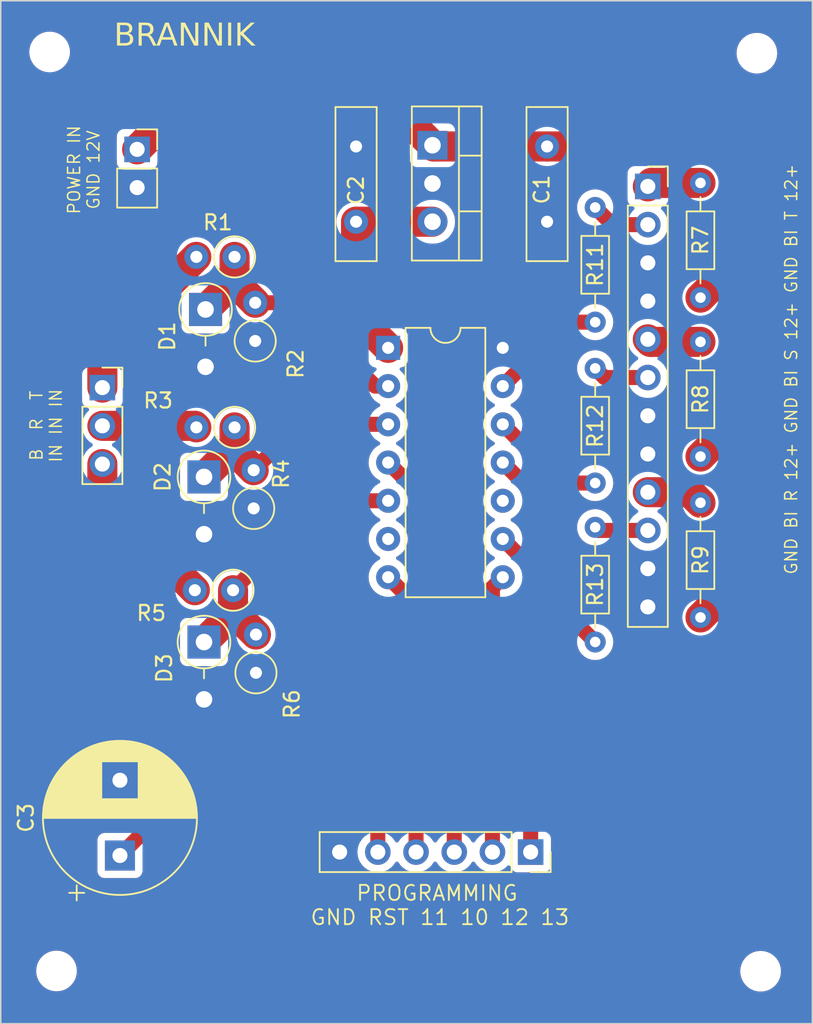
<source format=kicad_pcb>
(kicad_pcb (version 20221018) (generator pcbnew)
  (layers (0 "F.Cu" signal) (31 "B.Cu" signal) (34 "B.Paste" user) (35 "F.Paste" user) (36 "B.SilkS" user "B.Silkscreen") (37 "F.SilkS" user "F.Silkscreen") (38 "B.Mask" user) (39 "F.Mask" user) (44 "Edge.Cuts" user))
  (net 0 "")
  (net 1 "/12V_POWER")
  (net 2 "GND")
  (net 3 "/5V_LOW_POWER")
  (net 4 "/ARD_RESET")
  (net 5 "/TURN_S_TO_MCU")
  (net 6 "/RUNNING_TO_MCU")
  (net 7 "/BRAKE_S_TO_MCU")
  (net 8 "/TURN_LIGHT_IN")
  (net 9 "/RUNNING_LIGHT_IN")
  (net 10 "/BRAKE_LIGHT_IN")
  (net 11 "/(PROG) ARD_PIN_10")
  (net 12 "/(PROG) ARD_PIN_11")
  (net 13 "/(PROG) ARD_PIN_12")
  (net 14 "/(PROG) ARD_PIN_13")
  (net 15 "/RUNNING_LIGHT_OUT")
  (net 16 "/STOP_LIGHT_OUT")
  (net 17 "/TURN_LIGHT_OUT")
  (net 20 "Net-(J6-Pin_1)")
  (net 21 "Net-(J6-Pin_2)")
  (net 22 "Net-(J6-Pin_5)")
  (net 23 "Net-(J6-Pin_9)")
  (net 24 "Net-(J6-Pin_6)")
  (net 25 "Net-(J6-Pin_10)")
  (footprint "Resistor_THT:R_Axial_DIN0207_L6.3mm_D2.5mm_P2.54mm_Vertical" (layer "F.Cu") (at 69.5452 63.246 90)
    (fp_text reference "R4" (at 2.286 1.8288 90) (layer "F.SilkS"))
    (fp_text value "10k" hide)
    (fp_line (start 1.37 0) (end 1.44 0) (stroke (width 0.12)) (layer "F.SilkS"))
    (fp_circle (center 0 0) (end 1.37 0) (stroke (width 0.12)) (fill none) (layer "F.SilkS"))
    (pad "1" thru_hole circle (at 0 0 90) (size 1.6 1.6) (drill 0.8) (layers "*.Cu" "*.Mask") (net 2 "GND"))
    (pad "2" thru_hole oval (at 2.54 0 90) (size 1.6 1.6) (drill 0.8) (layers "*.Cu" "*.Mask") (net 6 "/RUNNING_TO_MCU"))
  )
  (footprint "Resistor_THT:R_Axial_DIN0207_L6.3mm_D2.5mm_P2.54mm_Vertical" (layer "F.Cu") (at 68.1736 68.681601 180)
    (fp_text reference "R5" (at 5.4356 -1.523999) (layer "F.SilkS"))
    (fp_text value "10k" hide)
    (fp_line (start 1.37 0) (end 1.44 0) (stroke (width 0.12)) (layer "F.SilkS"))
    (fp_circle (center 0 0) (end 1.37 0) (stroke (width 0.12)) (fill none) (layer "F.SilkS"))
    (pad "1" thru_hole circle (at 0 0 180) (size 1.6 1.6) (drill 0.8) (layers "*.Cu" "*.Mask") (net 7 "/BRAKE_S_TO_MCU"))
    (pad "2" thru_hole oval (at 2.54 0 180) (size 1.6 1.6) (drill 0.8) (layers "*.Cu" "*.Mask") (net 10 "/BRAKE_LIGHT_IN"))
  )
  (footprint "Resistor_THT:R_Axial_DIN0204_L3.6mm_D1.6mm_P7.62mm_Horizontal" (layer "F.Cu") (at 99.25 70.49 90)
    (fp_text reference "R9" (at 3.81 0 90) (layer "F.SilkS"))
    (fp_text value "100" hide)
    (fp_line (start 0.94 0) (end 1.89 0) (stroke (width 0.12)) (layer "F.SilkS"))
    (fp_line (start 1.89 -0.92) (end 1.89 0.92) (stroke (width 0.12)) (layer "F.SilkS"))
    (fp_line (start 1.89 0.92) (end 5.73 0.92) (stroke (width 0.12)) (layer "F.SilkS"))
    (fp_line (start 5.73 -0.92) (end 1.89 -0.92) (stroke (width 0.12)) (layer "F.SilkS"))
    (fp_line (start 5.73 0.92) (end 5.73 -0.92) (stroke (width 0.12)) (layer "F.SilkS"))
    (fp_line (start 6.68 0) (end 5.73 0) (stroke (width 0.12)) (layer "F.SilkS"))
    (pad "1" thru_hole circle (at 0 0 90) (size 1.4 1.4) (drill 0.7) (layers "*.Cu" "*.Mask") (net 1 "/12V_POWER"))
    (pad "2" thru_hole oval (at 7.62 0 90) (size 1.4 1.4) (drill 0.7) (layers "*.Cu" "*.Mask") (net 23 "Net-(J6-Pin_9)"))
  )
  (footprint "Resistor_THT:R_Axial_DIN0204_L3.6mm_D1.6mm_P7.62mm_Horizontal" (layer "F.Cu") (at 92.25 50.87 90)
    (fp_text reference "R11" (at 3.81 0 90) (layer "F.SilkS"))
    (fp_text value "470" hide)
    (fp_line (start 0.94 0) (end 1.89 0) (stroke (width 0.12)) (layer "F.SilkS"))
    (fp_line (start 1.89 -0.92) (end 1.89 0.92) (stroke (width 0.12)) (layer "F.SilkS"))
    (fp_line (start 1.89 0.92) (end 5.73 0.92) (stroke (width 0.12)) (layer "F.SilkS"))
    (fp_line (start 5.73 -0.92) (end 1.89 -0.92) (stroke (width 0.12)) (layer "F.SilkS"))
    (fp_line (start 5.73 0.92) (end 5.73 -0.92) (stroke (width 0.12)) (layer "F.SilkS"))
    (fp_line (start 6.68 0) (end 5.73 0) (stroke (width 0.12)) (layer "F.SilkS"))
    (pad "1" thru_hole circle (at 0 0 90) (size 1.4 1.4) (drill 0.7) (layers "*.Cu" "*.Mask") (net 17 "/TURN_LIGHT_OUT"))
    (pad "2" thru_hole oval (at 7.62 0 90) (size 1.4 1.4) (drill 0.7) (layers "*.Cu" "*.Mask") (net 21 "Net-(J6-Pin_2)"))
  )
  (footprint "Resistor_THT:R_Axial_DIN0204_L3.6mm_D1.6mm_P7.62mm_Horizontal" (layer "F.Cu") (at 99.25 49.24 90)
    (fp_text reference "R7" (at 3.81 0 90) (layer "F.SilkS"))
    (fp_text value "100" hide)
    (fp_line (start 0.94 0) (end 1.89 0) (stroke (width 0.12)) (layer "F.SilkS"))
    (fp_line (start 1.89 -0.92) (end 1.89 0.92) (stroke (width 0.12)) (layer "F.SilkS"))
    (fp_line (start 1.89 0.92) (end 5.73 0.92) (stroke (width 0.12)) (layer "F.SilkS"))
    (fp_line (start 5.73 -0.92) (end 1.89 -0.92) (stroke (width 0.12)) (layer "F.SilkS"))
    (fp_line (start 5.73 0.92) (end 5.73 -0.92) (stroke (width 0.12)) (layer "F.SilkS"))
    (fp_line (start 6.68 0) (end 5.73 0) (stroke (width 0.12)) (layer "F.SilkS"))
    (pad "1" thru_hole circle (at 0 0 90) (size 1.4 1.4) (drill 0.7) (layers "*.Cu" "*.Mask") (net 1 "/12V_POWER"))
    (pad "2" thru_hole oval (at 7.62 0 90) (size 1.4 1.4) (drill 0.7) (layers "*.Cu" "*.Mask") (net 20 "Net-(J6-Pin_1)"))
  )
  (footprint "Resistor_THT:R_Axial_DIN0204_L3.6mm_D1.6mm_P7.62mm_Horizontal" (layer "F.Cu") (at 92.25 72.12 90)
    (fp_text reference "R13" (at 3.81 0 90) (layer "F.SilkS"))
    (fp_text value "470" hide)
    (fp_line (start 0.94 0) (end 1.89 0) (stroke (width 0.12)) (layer "F.SilkS"))
    (fp_line (start 1.89 -0.92) (end 1.89 0.92) (stroke (width 0.12)) (layer "F.SilkS"))
    (fp_line (start 1.89 0.92) (end 5.73 0.92) (stroke (width 0.12)) (layer "F.SilkS"))
    (fp_line (start 5.73 -0.92) (end 1.89 -0.92) (stroke (width 0.12)) (layer "F.SilkS"))
    (fp_line (start 5.73 0.92) (end 5.73 -0.92) (stroke (width 0.12)) (layer "F.SilkS"))
    (fp_line (start 6.68 0) (end 5.73 0) (stroke (width 0.12)) (layer "F.SilkS"))
    (pad "1" thru_hole circle (at 0 0 90) (size 1.4 1.4) (drill 0.7) (layers "*.Cu" "*.Mask") (net 15 "/RUNNING_LIGHT_OUT"))
    (pad "2" thru_hole oval (at 7.62 0 90) (size 1.4 1.4) (drill 0.7) (layers "*.Cu" "*.Mask") (net 25 "Net-(J6-Pin_10)"))
  )
  (footprint "Connector_PinSocket_2.54mm:PinSocket_1x06_P2.54mm_Vertical" (layer "F.Cu") (at 87.9606 86.0802 -90)
    (fp_text reference "J3" hide)
    (fp_text value "PROG" hide)
    (fp_line (start -1.33 1.27) (end -1.33 14.03) (stroke (width 0.12)) (layer "F.SilkS"))
    (fp_line (start -1.33 1.27) (end 1.33 1.27) (stroke (width 0.12)) (layer "F.SilkS"))
    (fp_line (start -1.33 14.03) (end 1.33 14.03) (stroke (width 0.12)) (layer "F.SilkS"))
    (fp_line (start 0 -1.33) (end 1.33 -1.33) (stroke (width 0.12)) (layer "F.SilkS"))
    (fp_line (start 1.33 -1.33) (end 1.33 0) (stroke (width 0.12)) (layer "F.SilkS"))
    (fp_line (start 1.33 1.27) (end 1.33 14.03) (stroke (width 0.12)) (layer "F.SilkS"))
    (pad "1" thru_hole rect (at 0 0 270) (size 1.7 1.7) (drill 1) (layers "*.Cu" "*.Mask") (net 14 "/(PROG) ARD_PIN_13"))
    (pad "2" thru_hole oval (at 0 2.54 270) (size 1.7 1.7) (drill 1) (layers "*.Cu" "*.Mask") (net 13 "/(PROG) ARD_PIN_12"))
    (pad "3" thru_hole oval (at 0 5.08 270) (size 1.7 1.7) (drill 1) (layers "*.Cu" "*.Mask") (net 11 "/(PROG) ARD_PIN_10"))
    (pad "4" thru_hole oval (at 0 7.62 270) (size 1.7 1.7) (drill 1) (layers "*.Cu" "*.Mask") (net 12 "/(PROG) ARD_PIN_11"))
    (pad "5" thru_hole oval (at 0 10.16 270) (size 1.7 1.7) (drill 1) (layers "*.Cu" "*.Mask") (net 4 "/ARD_RESET"))
    (pad "6" thru_hole oval (at 0 12.7 270) (size 1.7 1.7) (drill 1) (layers "*.Cu" "*.Mask") (net 2 "GND"))
  )
  (footprint "Resistor_THT:R_Axial_DIN0207_L6.3mm_D2.5mm_P2.54mm_Vertical" (layer "F.Cu") (at 68.2752 57.8612 180)
    (fp_text reference "R3" (at 5.08 1.778) (layer "F.SilkS"))
    (fp_text value "10k" hide)
    (fp_line (start 1.37 0) (end 1.44 0) (stroke (width 0.12)) (layer "F.SilkS"))
    (fp_circle (center 0 0) (end 1.37 0) (stroke (width 0.12)) (fill none) (layer "F.SilkS"))
    (pad "1" thru_hole circle (at 0 0 180) (size 1.6 1.6) (drill 0.8) (layers "*.Cu" "*.Mask") (net 6 "/RUNNING_TO_MCU"))
    (pad "2" thru_hole oval (at 2.54 0 180) (size 1.6 1.6) (drill 0.8) (layers "*.Cu" "*.Mask") (net 9 "/RUNNING_LIGHT_IN"))
  )
  (footprint "MountingHole:MountingHole_2.2mm_M2" (layer "F.Cu") (at 103.25 94)
    (fp_text reference "REF**" hide)
    (fp_text value "MountingHole_2.2mm_M2" hide)
    (pad "" np_thru_hole circle (at 0 0) (size 2.2 2.2) (drill 2.2) (layers "*.Cu" "*.Mask"))
  )
  (footprint "Resistor_THT:R_Axial_DIN0207_L6.3mm_D2.5mm_P2.54mm_Vertical" (layer "F.Cu") (at 69.6468 52.1208 90)
    (fp_text reference "R2" (at -1.524 2.6924 90) (layer "F.SilkS"))
    (fp_text value "10k" hide)
    (fp_line (start 1.37 0) (end 1.44 0) (stroke (width 0.12)) (layer "F.SilkS"))
    (fp_circle (center 0 0) (end 1.37 0) (stroke (width 0.12)) (fill none) (layer "F.SilkS"))
    (pad "1" thru_hole circle (at 0 0 90) (size 1.6 1.6) (drill 0.8) (layers "*.Cu" "*.Mask") (net 2 "GND"))
    (pad "2" thru_hole oval (at 2.54 0 90) (size 1.6 1.6) (drill 0.8) (layers "*.Cu" "*.Mask") (net 5 "/TURN_S_TO_MCU"))
  )
  (footprint "Capacitor_THT:CP_Radial_D10.0mm_P5.00mm" (layer "F.Cu") (at 60.6552 86.3092 90)
    (fp_text reference "C3" (at 2.5 -6.25 90) (layer "F.SilkS"))
    (fp_text value "10uF" hide)
    (fp_line (start -2.979646 -2.875) (end -1.979646 -2.875) (stroke (width 0.12)) (layer "F.SilkS"))
    (fp_line (start -2.479646 -3.375) (end -2.479646 -2.375) (stroke (width 0.12)) (layer "F.SilkS"))
    (fp_line (start 2.5 -5.08) (end 2.5 5.08) (stroke (width 0.12)) (layer "F.SilkS"))
    (fp_line (start 2.54 -5.08) (end 2.54 5.08) (stroke (width 0.12)) (layer "F.SilkS"))
    (fp_line (start 2.58 -5.08) (end 2.58 5.08) (stroke (width 0.12)) (layer "F.SilkS"))
    (fp_line (start 2.62 -5.079) (end 2.62 5.079) (stroke (width 0.12)) (layer "F.SilkS"))
    (fp_line (start 2.66 -5.078) (end 2.66 5.078) (stroke (width 0.12)) (layer "F.SilkS"))
    (fp_line (start 2.7 -5.077) (end 2.7 5.077) (stroke (width 0.12)) (layer "F.SilkS"))
    (fp_line (start 2.74 -5.075) (end 2.74 5.075) (stroke (width 0.12)) (layer "F.SilkS"))
    (fp_line (start 2.78 -5.073) (end 2.78 5.073) (stroke (width 0.12)) (layer "F.SilkS"))
    (fp_line (start 2.82 -5.07) (end 2.82 5.07) (stroke (width 0.12)) (layer "F.SilkS"))
    (fp_line (start 2.86 -5.068) (end 2.86 5.068) (stroke (width 0.12)) (layer "F.SilkS"))
    (fp_line (start 2.9 -5.065) (end 2.9 5.065) (stroke (width 0.12)) (layer "F.SilkS"))
    (fp_line (start 2.94 -5.062) (end 2.94 5.062) (stroke (width 0.12)) (layer "F.SilkS"))
    (fp_line (start 2.98 -5.058) (end 2.98 5.058) (stroke (width 0.12)) (layer "F.SilkS"))
    (fp_line (start 3.02 -5.054) (end 3.02 5.054) (stroke (width 0.12)) (layer "F.SilkS"))
    (fp_line (start 3.06 -5.05) (end 3.06 5.05) (stroke (width 0.12)) (layer "F.SilkS"))
    (fp_line (start 3.1 -5.045) (end 3.1 5.045) (stroke (width 0.12)) (layer "F.SilkS"))
    (fp_line (start 3.14 -5.04) (end 3.14 5.04) (stroke (width 0.12)) (layer "F.SilkS"))
    (fp_line (start 3.18 -5.035) (end 3.18 5.035) (stroke (width 0.12)) (layer "F.SilkS"))
    (fp_line (start 3.221 -5.03) (end 3.221 5.03) (stroke (width 0.12)) (layer "F.SilkS"))
    (fp_line (start 3.261 -5.024) (end 3.261 5.024) (stroke (width 0.12)) (layer "F.SilkS"))
    (fp_line (start 3.301 -5.018) (end 3.301 5.018) (stroke (width 0.12)) (layer "F.SilkS"))
    (fp_line (start 3.341 -5.011) (end 3.341 5.011) (stroke (width 0.12)) (layer "F.SilkS"))
    (fp_line (start 3.381 -5.004) (end 3.381 5.004) (stroke (width 0.12)) (layer "F.SilkS"))
    (fp_line (start 3.421 -4.997) (end 3.421 4.997) (stroke (width 0.12)) (layer "F.SilkS"))
    (fp_line (start 3.461 -4.99) (end 3.461 4.99) (stroke (width 0.12)) (layer "F.SilkS"))
    (fp_line (start 3.501 -4.982) (end 3.501 4.982) (stroke (width 0.12)) (layer "F.SilkS"))
    (fp_line (start 3.541 -4.974) (end 3.541 4.974) (stroke (width 0.12)) (layer "F.SilkS"))
    (fp_line (start 3.581 -4.965) (end 3.581 4.965) (stroke (width 0.12)) (layer "F.SilkS"))
    (fp_line (start 3.621 -4.956) (end 3.621 4.956) (stroke (width 0.12)) (layer "F.SilkS"))
    (fp_line (start 3.661 -4.947) (end 3.661 4.947) (stroke (width 0.12)) (layer "F.SilkS"))
    (fp_line (start 3.701 -4.938) (end 3.701 4.938) (stroke (width 0.12)) (layer "F.SilkS"))
    (fp_line (start 3.741 -4.928) (end 3.741 4.928) (stroke (width 0.12)) (layer "F.SilkS"))
    (fp_line (start 3.781 -4.918) (end 3.781 -1.241) (stroke (width 0.12)) (layer "F.SilkS"))
    (fp_line (start 3.781 1.241) (end 3.781 4.918) (stroke (width 0.12)) (layer "F.SilkS"))
    (fp_line (start 3.821 -4.907) (end 3.821 -1.241) (stroke (width 0.12)) (layer "F.SilkS"))
    (fp_line (start 3.821 1.241) (end 3.821 4.907) (stroke (width 0.12)) (layer "F.SilkS"))
    (fp_line (start 3.861 -4.897) (end 3.861 -1.241) (stroke (width 0.12)) (layer "F.SilkS"))
    (fp_line (start 3.861 1.241) (end 3.861 4.897) (stroke (width 0.12)) (layer "F.SilkS"))
    (fp_line (start 3.901 -4.885) (end 3.901 -1.241) (stroke (width 0.12)) (layer "F.SilkS"))
    (fp_line (start 3.901 1.241) (end 3.901 4.885) (stroke (width 0.12)) (layer "F.SilkS"))
    (fp_line (start 3.941 -4.874) (end 3.941 -1.241) (stroke (width 0.12)) (layer "F.SilkS"))
    (fp_line (start 3.941 1.241) (end 3.941 4.874) (stroke (width 0.12)) (layer "F.SilkS"))
    (fp_line (start 3.981 -4.862) (end 3.981 -1.241) (stroke (width 0.12)) (layer "F.SilkS"))
    (fp_line (start 3.981 1.241) (end 3.981 4.862) (stroke (width 0.12)) (layer "F.SilkS"))
    (fp_line (start 4.021 -4.85) (end 4.021 -1.241) (stroke (width 0.12)) (layer "F.SilkS"))
    (fp_line (start 4.021 1.241) (end 4.021 4.85) (stroke (width 0.12)) (layer "F.SilkS"))
    (fp_line (start 4.061 -4.837) (end 4.061 -1.241) (stroke (width 0.12)) (layer "F.SilkS"))
    (fp_line (start 4.061 1.241) (end 4.061 4.837) (stroke (width 0.12)) (layer "F.SilkS"))
    (fp_line (start 4.101 -4.824) (end 4.101 -1.241) (stroke (width 0.12)) (layer "F.SilkS"))
    (fp_line (start 4.101 1.241) (end 4.101 4.824) (stroke (width 0.12)) (layer "F.SilkS"))
    (fp_line (start 4.141 -4.811) (end 4.141 -1.241) (stroke (width 0.12)) (layer "F.SilkS"))
    (fp_line (start 4.141 1.241) (end 4.141 4.811) (stroke (width 0.12)) (layer "F.SilkS"))
    (fp_line (start 4.181 -4.797) (end 4.181 -1.241) (stroke (width 0.12)) (layer "F.SilkS"))
    (fp_line (start 4.181 1.241) (end 4.181 4.797) (stroke (width 0.12)) (layer "F.SilkS"))
    (fp_line (start 4.221 -4.783) (end 4.221 -1.241) (stroke (width 0.12)) (layer "F.SilkS"))
    (fp_line (start 4.221 1.241) (end 4.221 4.783) (stroke (width 0.12)) (layer "F.SilkS"))
    (fp_line (start 4.261 -4.768) (end 4.261 -1.241) (stroke (width 0.12)) (layer "F.SilkS"))
    (fp_line (start 4.261 1.241) (end 4.261 4.768) (stroke (width 0.12)) (layer "F.SilkS"))
    (fp_line (start 4.301 -4.754) (end 4.301 -1.241) (stroke (width 0.12)) (layer "F.SilkS"))
    (fp_line (start 4.301 1.241) (end 4.301 4.754) (stroke (width 0.12)) (layer "F.SilkS"))
    (fp_line (start 4.341 -4.738) (end 4.341 -1.241) (stroke (width 0.12)) (layer "F.SilkS"))
    (fp_line (start 4.341 1.241) (end 4.341 4.738) (stroke (width 0.12)) (layer "F.SilkS"))
    (fp_line (start 4.381 -4.723) (end 4.381 -1.241) (stroke (width 0.12)) (layer "F.SilkS"))
    (fp_line (start 4.381 1.241) (end 4.381 4.723) (stroke (width 0.12)) (layer "F.SilkS"))
    (fp_line (start 4.421 -4.707) (end 4.421 -1.241) (stroke (width 0.12)) (layer "F.SilkS"))
    (fp_line (start 4.421 1.241) (end 4.421 4.707) (stroke (width 0.12)) (layer "F.SilkS"))
    (fp_line (start 4.461 -4.69) (end 4.461 -1.241) (stroke (width 0.12)) (layer "F.SilkS"))
    (fp_line (start 4.461 1.241) (end 4.461 4.69) (stroke (width 0.12)) (layer "F.SilkS"))
    (fp_line (start 4.501 -4.674) (end 4.501 -1.241) (stroke (width 0.12)) (layer "F.SilkS"))
    (fp_line (start 4.501 1.241) (end 4.501 4.674) (stroke (width 0.12)) (layer "F.SilkS"))
    (fp_line (start 4.541 -4.657) (end 4.541 -1.241) (stroke (width 0.12)) (layer "F.SilkS"))
    (fp_line (start 4.541 1.241) (end 4.541 4.657) (stroke (width 0.12)) (layer "F.SilkS"))
    (fp_line (start 4.581 -4.639) (end 4.581 -1.241) (stroke (width 0.12)) (layer "F.SilkS"))
    (fp_line (start 4.581 1.241) (end 4.581 4.639) (stroke (width 0.12)) (layer "F.SilkS"))
    (fp_line (start 4.621 -4.621) (end 4.621 -1.241) (stroke (width 0.12)) (layer "F.SilkS"))
    (fp_line (start 4.621 1.241) (end 4.621 4.621) (stroke (width 0.12)) (layer "F.SilkS"))
    (fp_line (start 4.661 -4.603) (end 4.661 -1.241) (stroke (width 0.12)) (layer "F.SilkS"))
    (fp_line (start 4.661 1.241) (end 4.661 4.603) (stroke (width 0.12)) (layer "F.SilkS"))
    (fp_line (start 4.701 -4.584) (end 4.701 -1.241) (stroke (width 0.12)) (layer "F.SilkS"))
    (fp_line (start 4.701 1.241) (end 4.701 4.584) (stroke (width 0.12)) (layer "F.SilkS"))
    (fp_line (start 4.741 -4.564) (end 4.741 -1.241) (stroke (width 0.12)) (layer "F.SilkS"))
    (fp_line (start 4.741 1.241) (end 4.741 4.564) (stroke (width 0.12)) (layer "F.SilkS"))
    (fp_line (start 4.781 -4.545) (end 4.781 -1.241) (stroke (width 0.12)) (layer "F.SilkS"))
    (fp_line (start 4.781 1.241) (end 4.781 4.545) (stroke (width 0.12)) (layer "F.SilkS"))
    (fp_line (start 4.821 -4.525) (end 4.821 -1.241) (stroke (width 0.12)) (layer "F.SilkS"))
    (fp_line (start 4.821 1.241) (end 4.821 4.525) (stroke (width 0.12)) (layer "F.SilkS"))
    (fp_line (start 4.861 -4.504) (end 4.861 -1.241) (stroke (width 0.12)) (layer "F.SilkS"))
    (fp_line (start 4.861 1.241) (end 4.861 4.504) (stroke (width 0.12)) (layer "F.SilkS"))
    (fp_line (start 4.901 -4.483) (end 4.901 -1.241) (stroke (width 0.12)) (layer "F.SilkS"))
    (fp_line (start 4.901 1.241) (end 4.901 4.483) (stroke (width 0.12)) (layer "F.SilkS"))
    (fp_line (start 4.941 -4.462) (end 4.941 -1.241) (stroke (width 0.12)) (layer "F.SilkS"))
    (fp_line (start 4.941 1.241) (end 4.941 4.462) (stroke (width 0.12)) (layer "F.SilkS"))
    (fp_line (start 4.981 -4.44) (end 4.981 -1.241) (stroke (width 0.12)) (layer "F.SilkS"))
    (fp_line (start 4.981 1.241) (end 4.981 4.44) (stroke (width 0.12)) (layer "F.SilkS"))
    (fp_line (start 5.021 -4.417) (end 5.021 -1.241) (stroke (width 0.12)) (layer "F.SilkS"))
    (fp_line (start 5.021 1.241) (end 5.021 4.417) (stroke (width 0.12)) (layer "F.SilkS"))
    (fp_line (start 5.061 -4.395) (end 5.061 -1.241) (stroke (width 0.12)) (layer "F.SilkS"))
    (fp_line (start 5.061 1.241) (end 5.061 4.395) (stroke (width 0.12)) (layer "F.SilkS"))
    (fp_line (start 5.101 -4.371) (end 5.101 -1.241) (stroke (width 0.12)) (layer "F.SilkS"))
    (fp_line (start 5.101 1.241) (end 5.101 4.371) (stroke (width 0.12)) (layer "F.SilkS"))
    (fp_line (start 5.141 -4.347) (end 5.141 -1.241) (stroke (width 0.12)) (layer "F.SilkS"))
    (fp_line (start 5.141 1.241) (end 5.141 4.347) (stroke (width 0.12)) (layer "F.SilkS"))
    (fp_line (start 5.181 -4.323) (end 5.181 -1.241) (stroke (width 0.12)) (layer "F.SilkS"))
    (fp_line (start 5.181 1.241) (end 5.181 4.323) (stroke (width 0.12)) (layer "F.SilkS"))
    (fp_line (start 5.221 -4.298) (end 5.221 -1.241) (stroke (width 0.12)) (layer "F.SilkS"))
    (fp_line (start 5.221 1.241) (end 5.221 4.298) (stroke (width 0.12)) (layer "F.SilkS"))
    (fp_line (start 5.261 -4.273) (end 5.261 -1.241) (stroke (width 0.12)) (layer "F.SilkS"))
    (fp_line (start 5.261 1.241) (end 5.261 4.273) (stroke (width 0.12)) (layer "F.SilkS"))
    (fp_line (start 5.301 -4.247) (end 5.301 -1.241) (stroke (width 0.12)) (layer "F.SilkS"))
    (fp_line (start 5.301 1.241) (end 5.301 4.247) (stroke (width 0.12)) (layer "F.SilkS"))
    (fp_line (start 5.341 -4.221) (end 5.341 -1.241) (stroke (width 0.12)) (layer "F.SilkS"))
    (fp_line (start 5.341 1.241) (end 5.341 4.221) (stroke (width 0.12)) (layer "F.SilkS"))
    (fp_line (start 5.381 -4.194) (end 5.381 -1.241) (stroke (width 0.12)) (layer "F.SilkS"))
    (fp_line (start 5.381 1.241) (end 5.381 4.194) (stroke (width 0.12)) (layer "F.SilkS"))
    (fp_line (start 5.421 -4.166) (end 5.421 -1.241) (stroke (width 0.12)) (layer "F.SilkS"))
    (fp_line (start 5.421 1.241) (end 5.421 4.166) (stroke (width 0.12)) (layer "F.SilkS"))
    (fp_line (start 5.461 -4.138) (end 5.461 -1.241) (stroke (width 0.12)) (layer "F.SilkS"))
    (fp_line (start 5.461 1.241) (end 5.461 4.138) (stroke (width 0.12)) (layer "F.SilkS"))
    (fp_line (start 5.501 -4.11) (end 5.501 -1.241) (stroke (width 0.12)) (layer "F.SilkS"))
    (fp_line (start 5.501 1.241) (end 5.501 4.11) (stroke (width 0.12)) (layer "F.SilkS"))
    (fp_line (start 5.541 -4.08) (end 5.541 -1.241) (stroke (width 0.12)) (layer "F.SilkS"))
    (fp_line (start 5.541 1.241) (end 5.541 4.08) (stroke (width 0.12)) (layer "F.SilkS"))
    (fp_line (start 5.581 -4.05) (end 5.581 -1.241) (stroke (width 0.12)) (layer "F.SilkS"))
    (fp_line (start 5.581 1.241) (end 5.581 4.05) (stroke (width 0.12)) (layer "F.SilkS"))
    (fp_line (start 5.621 -4.02) (end 5.621 -1.241) (stroke (width 0.12)) (layer "F.SilkS"))
    (fp_line (start 5.621 1.241) (end 5.621 4.02) (stroke (width 0.12)) (layer "F.SilkS"))
    (fp_line (start 5.661 -3.989) (end 5.661 -1.241) (stroke (width 0.12)) (layer "F.SilkS"))
    (fp_line (start 5.661 1.241) (end 5.661 3.989) (stroke (width 0.12)) (layer "F.SilkS"))
    (fp_line (start 5.701 -3.957) (end 5.701 -1.241) (stroke (width 0.12)) (layer "F.SilkS"))
    (fp_line (start 5.701 1.241) (end 5.701 3.957) (stroke (width 0.12)) (layer "F.SilkS"))
    (fp_line (start 5.741 -3.925) (end 5.741 -1.241) (stroke (width 0.12)) (layer "F.SilkS"))
    (fp_line (start 5.741 1.241) (end 5.741 3.925) (stroke (width 0.12)) (layer "F.SilkS"))
    (fp_line (start 5.781 -3.892) (end 5.781 -1.241) (stroke (width 0.12)) (layer "F.SilkS"))
    (fp_line (start 5.781 1.241) (end 5.781 3.892) (stroke (width 0.12)) (layer "F.SilkS"))
    (fp_line (start 5.821 -3.858) (end 5.821 -1.241) (stroke (width 0.12)) (layer "F.SilkS"))
    (fp_line (start 5.821 1.241) (end 5.821 3.858) (stroke (width 0.12)) (layer "F.SilkS"))
    (fp_line (start 5.861 -3.824) (end 5.861 -1.241) (stroke (width 0.12)) (layer "F.SilkS"))
    (fp_line (start 5.861 1.241) (end 5.861 3.824) (stroke (width 0.12)) (layer "F.SilkS"))
    (fp_line (start 5.901 -3.789) (end 5.901 -1.241) (stroke (width 0.12)) (layer "F.SilkS"))
    (fp_line (start 5.901 1.241) (end 5.901 3.789) (stroke (width 0.12)) (layer "F.SilkS"))
    (fp_line (start 5.941 -3.753) (end 5.941 -1.241) (stroke (width 0.12)) (layer "F.SilkS"))
    (fp_line (start 5.941 1.241) (end 5.941 3.753) (stroke (width 0.12)) (layer "F.SilkS"))
    (fp_line (start 5.981 -3.716) (end 5.981 -1.241) (stroke (width 0.12)) (layer "F.SilkS"))
    (fp_line (start 5.981 1.241) (end 5.981 3.716) (stroke (width 0.12)) (layer "F.SilkS"))
    (fp_line (start 6.021 -3.679) (end 6.021 -1.241) (stroke (width 0.12)) (layer "F.SilkS"))
    (fp_line (start 6.021 1.241) (end 6.021 3.679) (stroke (width 0.12)) (layer "F.SilkS"))
    (fp_line (start 6.061 -3.64) (end 6.061 -1.241) (stroke (width 0.12)) (layer "F.SilkS"))
    (fp_line (start 6.061 1.241) (end 6.061 3.64) (stroke (width 0.12)) (layer "F.SilkS"))
    (fp_line (start 6.101 -3.601) (end 6.101 -1.241) (stroke (width 0.12)) (layer "F.SilkS"))
    (fp_line (start 6.101 1.241) (end 6.101 3.601) (stroke (width 0.12)) (layer "F.SilkS"))
    (fp_line (start 6.141 -3.561) (end 6.141 -1.241) (stroke (width 0.12)) (layer "F.SilkS"))
    (fp_line (start 6.141 1.241) (end 6.141 3.561) (stroke (width 0.12)) (layer "F.SilkS"))
    (fp_line (start 6.181 -3.52) (end 6.181 -1.241) (stroke (width 0.12)) (layer "F.SilkS"))
    (fp_line (start 6.181 1.241) (end 6.181 3.52) (stroke (width 0.12)) (layer "F.SilkS"))
    (fp_line (start 6.221 -3.478) (end 6.221 -1.241) (stroke (width 0.12)) (layer "F.SilkS"))
    (fp_line (start 6.221 1.241) (end 6.221 3.478) (stroke (width 0.12)) (layer "F.SilkS"))
    (fp_line (start 6.261 -3.436) (end 6.261 3.436) (stroke (width 0.12)) (layer "F.SilkS"))
    (fp_line (start 6.301 -3.392) (end 6.301 3.392) (stroke (width 0.12)) (layer "F.SilkS"))
    (fp_line (start 6.341 -3.347) (end 6.341 3.347) (stroke (width 0.12)) (layer "F.SilkS"))
    (fp_line (start 6.381 -3.301) (end 6.381 3.301) (stroke (width 0.12)) (layer "F.SilkS"))
    (fp_line (start 6.421 -3.254) (end 6.421 3.254) (stroke (width 0.12)) (layer "F.SilkS"))
    (fp_line (start 6.461 -3.206) (end 6.461 3.206) (stroke (width 0.12)) (layer "F.SilkS"))
    (fp_line (start 6.501 -3.156) (end 6.501 3.156) (stroke (width 0.12)) (layer "F.SilkS"))
    (fp_line (start 6.541 -3.106) (end 6.541 3.106) (stroke (width 0.12)) (layer "F.SilkS"))
    (fp_line (start 6.581 -3.054) (end 6.581 3.054) (stroke (width 0.12)) (layer "F.SilkS"))
    (fp_line (start 6.621 -3) (end 6.621 3) (stroke (width 0.12)) (layer "F.SilkS"))
    (fp_line (start 6.661 -2.945) (end 6.661 2.945) (stroke (width 0.12)) (layer "F.SilkS"))
    (fp_line (start 6.701 -2.889) (end 6.701 2.889) (stroke (width 0.12)) (layer "F.SilkS"))
    (fp_line (start 6.741 -2.83) (end 6.741 2.83) (stroke (width 0.12)) (layer "F.SilkS"))
    (fp_line (start 6.781 -2.77) (end 6.781 2.77) (stroke (width 0.12)) (layer "F.SilkS"))
    (fp_line (start 6.821 -2.709) (end 6.821 2.709) (stroke (width 0.12)) (layer "F.SilkS"))
    (fp_line (start 6.861 -2.645) (end 6.861 2.645) (stroke (width 0.12)) (layer "F.SilkS"))
    (fp_line (start 6.901 -2.579) (end 6.901 2.579) (stroke (width 0.12)) (layer "F.SilkS"))
    (fp_line (start 6.941 -2.51) (end 6.941 2.51) (stroke (width 0.12)) (layer "F.SilkS"))
    (fp_line (start 6.981 -2.439) (end 6.981 2.439) (stroke (width 0.12)) (layer "F.SilkS"))
    (fp_line (start 7.021 -2.365) (end 7.021 2.365) (stroke (width 0.12)) (layer "F.SilkS"))
    (fp_line (start 7.061 -2.289) (end 7.061 2.289) (stroke (width 0.12)) (layer "F.SilkS"))
    (fp_line (start 7.101 -2.209) (end 7.101 2.209) (stroke (width 0.12)) (layer "F.SilkS"))
    (fp_line (start 7.141 -2.125) (end 7.141 2.125) (stroke (width 0.12)) (layer "F.SilkS"))
    (fp_line (start 7.181 -2.037) (end 7.181 2.037) (stroke (width 0.12)) (layer "F.SilkS"))
    (fp_line (start 7.221 -1.944) (end 7.221 1.944) (stroke (width 0.12)) (layer "F.SilkS"))
    (fp_line (start 7.261 -1.846) (end 7.261 1.846) (stroke (width 0.12)) (layer "F.SilkS"))
    (fp_line (start 7.301 -1.742) (end 7.301 1.742) (stroke (width 0.12)) (layer "F.SilkS"))
    (fp_line (start 7.341 -1.63) (end 7.341 1.63) (stroke (width 0.12)) (layer "F.SilkS"))
    (fp_line (start 7.381 -1.51) (end 7.381 1.51) (stroke (width 0.12)) (layer "F.SilkS"))
    (fp_line (start 7.421 -1.378) (end 7.421 1.378) (stroke (width 0.12)) (layer "F.SilkS"))
    (fp_line (start 7.461 -1.23) (end 7.461 1.23) (stroke (width 0.12)) (layer "F.SilkS"))
    (fp_line (start 7.501 -1.062) (end 7.501 1.062) (stroke (width 0.12)) (layer "F.SilkS"))
    (fp_line (start 7.541 -0.862) (end 7.541 0.862) (stroke (width 0.12)) (layer "F.SilkS"))
    (fp_line (start 7.581 -0.599) (end 7.581 0.599) (stroke (width 0.12)) (layer "F.SilkS"))
    (fp_circle (center 2.5 0) (end 7.62 0) (stroke (width 0.12)) (fill none) (layer "F.SilkS"))
    (pad "1" thru_hole rect (at 0 0 90) (size 2 2) (drill 1) (layers "*.Cu" "*.Mask") (net 4 "/ARD_RESET"))
    (pad "2" thru_hole circle (at 5 0 90) (size 2 2) (drill 1) (layers "*.Cu" "*.Mask") (net 2 "GND"))
  )
  (footprint "Package_DIP:DIP-14_W7.62mm" (layer "F.Cu") (at 78.486 52.578)
    (fp_text reference "U1" hide)
    (fp_text value "ATtiny24-20P" hide)
    (fp_line (start 1.16 -1.33) (end 1.16 16.57) (stroke (width 0.12)) (layer "F.SilkS"))
    (fp_line (start 1.16 16.57) (end 6.46 16.57) (stroke (width 0.12)) (layer "F.SilkS"))
    (fp_line (start 2.81 -1.33) (end 1.16 -1.33) (stroke (width 0.12)) (layer "F.SilkS"))
    (fp_line (start 6.46 -1.33) (end 4.81 -1.33) (stroke (width 0.12)) (layer "F.SilkS"))
    (fp_line (start 6.46 16.57) (end 6.46 -1.33) (stroke (width 0.12)) (layer "F.SilkS"))
    (fp_arc (start 4.81 -1.33) (mid 3.81 -0.33) (end 2.81 -1.33) (stroke (width 0.12)) (layer "F.SilkS"))
    (pad "1" thru_hole rect (at 0 0) (size 1.6 1.6) (drill 0.8) (layers "*.Cu" "*.Mask") (net 3 "/5V_LOW_POWER"))
    (pad "2" thru_hole oval (at 0 2.54) (size 1.6 1.6) (drill 0.8) (layers "*.Cu" "*.Mask") (net 5 "/TURN_S_TO_MCU"))
    (pad "3" thru_hole oval (at 0 5.08) (size 1.6 1.6) (drill 0.8) (layers "*.Cu" "*.Mask") (net 6 "/RUNNING_TO_MCU"))
    (pad "4" thru_hole oval (at 0 7.62) (size 1.6 1.6) (drill 0.8) (layers "*.Cu" "*.Mask") (net 11 "/(PROG) ARD_PIN_10"))
    (pad "5" thru_hole oval (at 0 10.16) (size 1.6 1.6) (drill 0.8) (layers "*.Cu" "*.Mask") (net 7 "/BRAKE_S_TO_MCU"))
    (pad "6" thru_hole oval (at 0 12.7) (size 1.6 1.6) (drill 0.8) (layers "*.Cu" "*.Mask"))
    (pad "7" thru_hole oval (at 0 15.24) (size 1.6 1.6) (drill 0.8) (layers "*.Cu" "*.Mask") (net 12 "/(PROG) ARD_PIN_11"))
    (pad "8" thru_hole oval (at 7.62 15.24) (size 1.6 1.6) (drill 0.8) (layers "*.Cu" "*.Mask") (net 13 "/(PROG) ARD_PIN_12"))
    (pad "9" thru_hole oval (at 7.62 12.7) (size 1.6 1.6) (drill 0.8) (layers "*.Cu" "*.Mask") (net 14 "/(PROG) ARD_PIN_13"))
    (pad "10" thru_hole oval (at 7.62 10.16) (size 1.6 1.6) (drill 0.8) (layers "*.Cu" "*.Mask"))
    (pad "11" thru_hole oval (at 7.62 7.62) (size 1.6 1.6) (drill 0.8) (layers "*.Cu" "*.Mask") (net 15 "/RUNNING_LIGHT_OUT"))
    (pad "12" thru_hole oval (at 7.62 5.08) (size 1.6 1.6) (drill 0.8) (layers "*.Cu" "*.Mask") (net 16 "/STOP_LIGHT_OUT"))
    (pad "13" thru_hole oval (at 7.62 2.54) (size 1.6 1.6) (drill 0.8) (layers "*.Cu" "*.Mask") (net 17 "/TURN_LIGHT_OUT"))
    (pad "14" thru_hole oval (at 7.62 0) (size 1.6 1.6) (drill 0.8) (layers "*.Cu" "*.Mask") (net 2 "GND"))
  )
  (footprint "Capacitor_THT:C_Disc_D10.0mm_W2.5mm_P5.00mm" (layer "F.Cu") (at 76.3524 44.196 90)
    (fp_text reference "C2" (at 2.0828 0 90) (layer "F.SilkS"))
    (fp_text value "0.1uF" hide)
    (fp_line (start -2.62 -1.37) (end -2.62 1.37) (stroke (width 0.12)) (layer "F.SilkS"))
    (fp_line (start -2.62 -1.37) (end 7.62 -1.37) (stroke (width 0.12)) (layer "F.SilkS"))
    (fp_line (start -2.62 1.37) (end 7.62 1.37) (stroke (width 0.12)) (layer "F.SilkS"))
    (fp_line (start 7.62 -1.37) (end 7.62 1.37) (stroke (width 0.12)) (layer "F.SilkS"))
    (pad "1" thru_hole circle (at 0 0 90) (size 1.6 1.6) (drill 0.8) (layers "*.Cu" "*.Mask") (net 3 "/5V_LOW_POWER"))
    (pad "2" thru_hole circle (at 5 0 90) (size 1.6 1.6) (drill 0.8) (layers "*.Cu" "*.Mask") (net 2 "GND"))
  )
  (footprint "MountingHole:MountingHole_2.2mm_M2" (layer "F.Cu") (at 56.4388 93.98)
    (fp_text reference "REF**" hide)
    (fp_text value "MountingHole_2.2mm_M2" hide)
    (pad "" np_thru_hole circle (at 0 0) (size 2.2 2.2) (drill 2.2) (layers "*.Cu" "*.Mask"))
  )
  (footprint "Package_TO_SOT_THT:TO-220-3_Vertical" (layer "F.Cu") (at 81.4324 39.116 -90)
    (fp_text reference "U2" hide)
    (fp_text value "LM7805_TO220" hide)
    (fp_line (start -2.58 -3.27) (end -2.58 1.371) (stroke (width 0.12)) (layer "F.SilkS"))
    (fp_line (start -2.58 -3.27) (end 7.66 -3.27) (stroke (width 0.12)) (layer "F.SilkS"))
    (fp_line (start -2.58 -1.76) (end 7.66 -1.76) (stroke (width 0.12)) (layer "F.SilkS"))
    (fp_line (start -2.58 1.371) (end 7.66 1.371) (stroke (width 0.12)) (layer "F.SilkS"))
    (fp_line (start 0.69 -3.27) (end 0.69 -1.76) (stroke (width 0.12)) (layer "F.SilkS"))
    (fp_line (start 4.391 -3.27) (end 4.391 -1.76) (stroke (width 0.12)) (layer "F.SilkS"))
    (fp_line (start 7.66 -3.27) (end 7.66 1.371) (stroke (width 0.12)) (layer "F.SilkS"))
    (pad "1" thru_hole rect (at 0 0 270) (size 1.905 2) (drill 1.1) (layers "*.Cu" "*.Mask") (net 1 "/12V_POWER"))
    (pad "2" thru_hole oval (at 2.54 0 270) (size 1.905 2) (drill 1.1) (layers "*.Cu" "*.Mask") (net 2 "GND"))
    (pad "3" thru_hole oval (at 5.08 0 270) (size 1.905 2) (drill 1.1) (layers "*.Cu" "*.Mask") (net 3 "/5V_LOW_POWER"))
  )
  (footprint "Resistor_THT:R_Axial_DIN0207_L6.3mm_D2.5mm_P2.54mm_Vertical" (layer "F.Cu") (at 68.2752 46.5328 180)
    (fp_text reference "R1" (at 1.1176 2.286) (layer "F.SilkS"))
    (fp_text value "10k" hide)
    (fp_line (start 1.37 0) (end 1.44 0) (stroke (width 0.12)) (layer "F.SilkS"))
    (fp_circle (center 0 0) (end 1.37 0) (stroke (width 0.12)) (fill none) (layer "F.SilkS"))
    (pad "1" thru_hole circle (at 0 0 180) (size 1.6 1.6) (drill 0.8) (layers "*.Cu" "*.Mask") (net 5 "/TURN_S_TO_MCU"))
    (pad "2" thru_hole oval (at 2.54 0 180) (size 1.6 1.6) (drill 0.8) (layers "*.Cu" "*.Mask") (net 8 "/TURN_LIGHT_IN"))
  )
  (footprint "Connector_PinSocket_2.54mm:PinSocket_1x02_P2.54mm_Vertical" (layer "F.Cu") (at 61.7978 39.39)
    (fp_text reference "J4" hide)
    (fp_text value "POWER_IN" hide)
    (fp_line (start -1.33 1.27) (end -1.33 3.87) (stroke (width 0.12)) (layer "F.SilkS"))
    (fp_line (start -1.33 1.27) (end 1.33 1.27) (stroke (width 0.12)) (layer "F.SilkS"))
    (fp_line (start -1.33 3.87) (end 1.33 3.87) (stroke (width 0.12)) (layer "F.SilkS"))
    (fp_line (start 0 -1.33) (end 1.33 -1.33) (stroke (width 0.12)) (layer "F.SilkS"))
    (fp_line (start 1.33 -1.33) (end 1.33 0) (stroke (width 0.12)) (layer "F.SilkS"))
    (fp_line (start 1.33 1.27) (end 1.33 3.87) (stroke (width 0.12)) (layer "F.SilkS"))
    (pad "1" thru_hole rect (at 0 0) (size 1.7 1.7) (drill 1) (layers "*.Cu" "*.Mask") (net 1 "/12V_POWER"))
    (pad "2" thru_hole oval (at 0 2.54) (size 1.7 1.7) (drill 1) (layers "*.Cu" "*.Mask") (net 2 "GND"))
  )
  (footprint "Diode_THT:D_DO-41_SOD81_P3.81mm_Vertical_AnodeUp" (layer "F.Cu") (at 66.2432 72.125218 -90)
    (fp_text reference "D3" (at 1.737982 2.6416 90) (layer "F.SilkS"))
    (fp_text value "1N47xxA" hide)
    (fp_line (start 1.750635 0) (end 2.41 0) (stroke (width 0.12)) (layer "F.SilkS"))
    (fp_circle (center 0 0) (end 1.750635 0) (stroke (width 0.12)) (fill none) (layer "F.SilkS"))
    (pad "1" thru_hole rect (at 0 0 270) (size 2.2 2.2) (drill 1.1) (layers "*.Cu" "*.Mask") (net 7 "/BRAKE_S_TO_MCU"))
    (pad "2" thru_hole oval (at 3.81 0 270) (size 2.2 2.2) (drill 1.1) (layers "*.Cu" "*.Mask") (net 2 "GND"))
  )
  (footprint "Resistor_THT:R_Axial_DIN0204_L3.6mm_D1.6mm_P7.62mm_Horizontal" (layer "F.Cu") (at 99.25 59.8 90)
    (fp_text reference "R8" (at 3.81 0 90) (layer "F.SilkS"))
    (fp_text value "100" hide)
    (fp_line (start 0.94 0) (end 1.89 0) (stroke (width 0.12)) (layer "F.SilkS"))
    (fp_line (start 1.89 -0.92) (end 1.89 0.92) (stroke (width 0.12)) (layer "F.SilkS"))
    (fp_line (start 1.89 0.92) (end 5.73 0.92) (stroke (width 0.12)) (layer "F.SilkS"))
    (fp_line (start 5.73 -0.92) (end 1.89 -0.92) (stroke (width 0.12)) (layer "F.SilkS"))
    (fp_line (start 5.73 0.92) (end 5.73 -0.92) (stroke (width 0.12)) (layer "F.SilkS"))
    (fp_line (start 6.68 0) (end 5.73 0) (stroke (width 0.12)) (layer "F.SilkS"))
    (pad "1" thru_hole circle (at 0 0 90) (size 1.4 1.4) (drill 0.7) (layers "*.Cu" "*.Mask") (net 1 "/12V_POWER"))
    (pad "2" thru_hole oval (at 7.62 0 90) (size 1.4 1.4) (drill 0.7) (layers "*.Cu" "*.Mask") (net 22 "Net-(J6-Pin_5)"))
  )
  (footprint "Resistor_THT:R_Axial_DIN0204_L3.6mm_D1.6mm_P7.62mm_Horizontal" (layer "F.Cu") (at 92.25 61.56 90)
    (fp_text reference "R12" (at 3.79 0 90) (layer "F.SilkS"))
    (fp_text value "470" hide)
    (fp_line (start 0.94 0) (end 1.89 0) (stroke (width 0.12)) (layer "F.SilkS"))
    (fp_line (start 1.89 -0.92) (end 1.89 0.92) (stroke (width 0.12)) (layer "F.SilkS"))
    (fp_line (start 1.89 0.92) (end 5.73 0.92) (stroke (width 0.12)) (layer "F.SilkS"))
    (fp_line (start 5.73 -0.92) (end 1.89 -0.92) (stroke (width 0.12)) (layer "F.SilkS"))
    (fp_line (start 5.73 0.92) (end 5.73 -0.92) (stroke (width 0.12)) (layer "F.SilkS"))
    (fp_line (start 6.68 0) (end 5.73 0) (stroke (width 0.12)) (layer "F.SilkS"))
    (pad "1" thru_hole circle (at 0 0 90) (size 1.4 1.4) (drill 0.7) (layers "*.Cu" "*.Mask") (net 16 "/STOP_LIGHT_OUT"))
    (pad "2" thru_hole oval (at 7.62 0 90) (size 1.4 1.4) (drill 0.7) (layers "*.Cu" "*.Mask") (net 24 "Net-(J6-Pin_6)"))
  )
  (footprint "Resistor_THT:R_Axial_DIN0207_L6.3mm_D2.5mm_P2.54mm_Vertical" (layer "F.Cu") (at 69.6976 74.168001 90)
    (fp_text reference "R6" (at -2.082799 2.3876 90) (layer "F.SilkS"))
    (fp_text value "10k" hide)
    (fp_line (start 1.37 0) (end 1.44 0) (stroke (width 0.12)) (layer "F.SilkS"))
    (fp_circle (center 0 0) (end 1.37 0) (stroke (width 0.12)) (fill none) (layer "F.SilkS"))
    (pad "1" thru_hole circle (at 0 0 90) (size 1.6 1.6) (drill 0.8) (layers "*.Cu" "*.Mask") (net 2 "GND"))
    (pad "2" thru_hole oval (at 2.54 0 90) (size 1.6 1.6) (drill 0.8) (layers "*.Cu" "*.Mask") (net 7 "/BRAKE_S_TO_MCU"))
  )
  (footprint "MountingHole:MountingHole_2.2mm_M2" (layer "F.Cu") (at 55.9816 32.9184)
    (fp_text reference "REF**" hide)
    (fp_text value "MountingHole_2.2mm_M2" hide)
    (pad "" np_thru_hole circle (at 0 0) (size 2.2 2.2) (drill 2.2) (layers "*.Cu" "*.Mask"))
  )
  (footprint "Connector_PinSocket_2.54mm:PinSocket_1x12_P2.54mm_Vertical" (layer "F.Cu") (at 95.75 41.85)
    (fp_text reference "J6" hide)
    (fp_text value "OUTPUT" hide)
    (fp_line (start -1.33 1.27) (end -1.33 29.27) (stroke (width 0.12)) (layer "F.SilkS"))
    (fp_line (start -1.33 1.27) (end 1.33 1.27) (stroke (width 0.12)) (layer "F.SilkS"))
    (fp_line (start -1.33 29.27) (end 1.33 29.27) (stroke (width 0.12)) (layer "F.SilkS"))
    (fp_line (start 0 -1.33) (end 1.33 -1.33) (stroke (width 0.12)) (layer "F.SilkS"))
    (fp_line (start 1.33 -1.33) (end 1.33 0) (stroke (width 0.12)) (layer "F.SilkS"))
    (fp_line (start 1.33 1.27) (end 1.33 29.27) (stroke (width 0.12)) (layer "F.SilkS"))
    (pad "1" thru_hole rect (at 0 0) (size 1.7 1.7) (drill 1) (layers "*.Cu" "*.Mask") (net 20 "Net-(J6-Pin_1)"))
    (pad "2" thru_hole oval (at 0 2.54) (size 1.7 1.7) (drill 1) (layers "*.Cu" "*.Mask") (net 21 "Net-(J6-Pin_2)"))
    (pad "3" thru_hole oval (at 0 5.08) (size 1.7 1.7) (drill 1) (layers "*.Cu" "*.Mask") (net 2 "GND"))
    (pad "4" thru_hole oval (at 0 7.62) (size 1.7 1.7) (drill 1) (layers "*.Cu" "*.Mask") (net 2 "GND"))
    (pad "5" thru_hole oval (at 0 10.16) (size 1.7 1.7) (drill 1) (layers "*.Cu" "*.Mask") (net 22 "Net-(J6-Pin_5)"))
    (pad "6" thru_hole oval (at 0 12.7) (size 1.7 1.7) (drill 1) (layers "*.Cu" "*.Mask") (net 24 "Net-(J6-Pin_6)"))
    (pad "7" thru_hole oval (at 0 15.24) (size 1.7 1.7) (drill 1) (layers "*.Cu" "*.Mask") (net 2 "GND"))
    (pad "8" thru_hole oval (at 0 17.78) (size 1.7 1.7) (drill 1) (layers "*.Cu" "*.Mask") (net 2 "GND"))
    (pad "9" thru_hole oval (at 0 20.32) (size 1.7 1.7) (drill 1) (layers "*.Cu" "*.Mask") (net 23 "Net-(J6-Pin_9)"))
    (pad "10" thru_hole oval (at 0 22.86) (size 1.7 1.7) (drill 1) (layers "*.Cu" "*.Mask") (net 25 "Net-(J6-Pin_10)"))
    (pad "11" thru_hole oval (at 0 25.4) (size 1.7 1.7) (drill 1) (layers "*.Cu" "*.Mask") (net 2 "GND"))
    (pad "12" thru_hole oval (at 0 27.94) (size 1.7 1.7) (drill 1) (layers "*.Cu" "*.Mask") (net 2 "GND"))
  )
  (footprint "Diode_THT:D_DO-41_SOD81_P3.81mm_Vertical_AnodeUp" (layer "F.Cu") (at 66.2432 61.152417 -90)
    (fp_text reference "D2" (at 0.010783 2.7432 90) (layer "F.SilkS"))
    (fp_text value "1N47xxA" hide)
    (fp_line (start 1.750635 0) (end 2.41 0) (stroke (width 0.12)) (layer "F.SilkS"))
    (fp_circle (center 0 0) (end 1.750635 0) (stroke (width 0.12)) (fill none) (layer "F.SilkS"))
    (pad "1" thru_hole rect (at 0 0 270) (size 2.2 2.2) (drill 1.1) (layers "*.Cu" "*.Mask") (net 6 "/RUNNING_TO_MCU"))
    (pad "2" thru_hole oval (at 3.81 0 270) (size 2.2 2.2) (drill 1.1) (layers "*.Cu" "*.Mask") (net 2 "GND"))
  )
  (footprint "Connector_PinSocket_2.54mm:PinSocket_1x03_P2.54mm_Vertical" (layer "F.Cu") (at 59.4868 55.2196)
    (fp_text reference "J2" hide)
    (fp_text value "IN" hide)
    (fp_line (start -1.33 1.27) (end -1.33 6.41) (stroke (width 0.12)) (layer "F.SilkS"))
    (fp_line (start -1.33 1.27) (end 1.33 1.27) (stroke (width 0.12)) (layer "F.SilkS"))
    (fp_line (start -1.33 6.41) (end 1.33 6.41) (stroke (width 0.12)) (layer "F.SilkS"))
    (fp_line (start 0 -1.33) (end 1.33 -1.33) (stroke (width 0.12)) (layer "F.SilkS"))
    (fp_line (start 1.33 -1.33) (end 1.33 0) (stroke (width 0.12)) (layer "F.SilkS"))
    (fp_line (start 1.33 1.27) (end 1.33 6.41) (stroke (width 0.12)) (layer "F.SilkS"))
    (pad "1" thru_hole rect (at 0 0) (size 1.7 1.7) (drill 1) (layers "*.Cu" "*.Mask") (net 8 "/TURN_LIGHT_IN"))
    (pad "2" thru_hole oval (at 0 2.54) (size 1.7 1.7) (drill 1) (layers "*.Cu" "*.Mask") (net 9 "/RUNNING_LIGHT_IN"))
    (pad "3" thru_hole oval (at 0 5.08) (size 1.7 1.7) (drill 1) (layers "*.Cu" "*.Mask") (net 10 "/BRAKE_LIGHT_IN"))
  )
  (footprint "Diode_THT:D_DO-41_SOD81_P3.81mm_Vertical_AnodeUp" (layer "F.Cu") (at 66.3448 50.027217 -90)
    (fp_text reference "D1" (at 1.788783 2.54 90) (layer "F.SilkS"))
    (fp_text value "1N47xxA" hide)
    (fp_line (start 1.750635 0) (end 2.41 0) (stroke (width 0.12)) (layer "F.SilkS"))
    (fp_circle (center 0 0) (end 1.750635 0) (stroke (width 0.12)) (fill none) (layer "F.SilkS"))
    (pad "1" thru_hole rect (at 0 0 270) (size 2.2 2.2) (drill 1.1) (layers "*.Cu" "*.Mask") (net 5 "/TURN_S_TO_MCU"))
    (pad "2" thru_hole oval (at 3.81 0 270) (size 2.2 2.2) (drill 1.1) (layers "*.Cu" "*.Mask") (net 2 "GND"))
  )
  (footprint "MountingHole:MountingHole_2.2mm_M2" (layer "F.Cu") (at 103 33)
    (fp_text reference "REF**" hide)
    (fp_text value "MountingHole_2.2mm_M2" hide)
    (pad "" np_thru_hole circle (at 0 0) (size 2.2 2.2) (drill 2.2) (layers "*.Cu" "*.Mask"))
  )
  (footprint "Capacitor_THT:C_Disc_D10.0mm_W2.5mm_P5.00mm" (layer "F.Cu") (at 89.0524 39.196 -90)
    (fp_text reference "C1" (at 2.8664 0.3556 90) (layer "F.SilkS"))
    (fp_text value "1uF" hide)
    (fp_line (start -2.62 -1.37) (end -2.62 1.37) (stroke (width 0.12)) (layer "F.SilkS"))
    (fp_line (start -2.62 -1.37) (end 7.62 -1.37) (stroke (width 0.12)) (layer "F.SilkS"))
    (fp_line (start -2.62 1.37) (end 7.62 1.37) (stroke (width 0.12)) (layer "F.SilkS"))
    (fp_line (start 7.62 -1.37) (end 7.62 1.37) (stroke (width 0.12)) (layer "F.SilkS"))
    (pad "1" thru_hole circle (at 0 0 270) (size 1.6 1.6) (drill 0.8) (layers "*.Cu" "*.Mask") (net 1 "/12V_POWER"))
    (pad "2" thru_hole circle (at 5 0 270) (size 1.6 1.6) (drill 0.8) (layers "*.Cu" "*.Mask") (net 2 "GND"))
  )
  (gr_rect (start 52.7304 29.5148) (end 106.6896 97.4852) (stroke (width 0.1)) (fill none) (layer "Edge.Cuts"))
  (gr_text "POWER IN\nGND 12V" (at 58.25 40.75 90) (layer "F.SilkS") (effects (font (size 0.8 0.8) (thickness 0.1))))
  (gr_text "B  R  T\nIN IN IN" (at 55.75 57.75 90) (layer "F.SilkS") (effects (font (size 0.8 0.8) (thickness 0.1))))
  (gr_text "BRANNIK" (at 60.25 32.75) (layer "F.SilkS") (effects (font (size 1.5 1.5) (thickness 0.2)) (justify left bottom)))
  (gr_text "GND BI R 12+ GND BI S 12+ GND BI T 12+" (at 105.75 54 90) (layer "F.SilkS") (effects (font (size 0.8 0.8) (thickness 0.1)) (justify bottom)))
  (gr_text "    PROGRAMMING\nGND RST 11 10 12 13" (at 73.25 91) (layer "F.SilkS") (effects (font (size 1 1) (thickness 0.125)) (justify left bottom)))
  (segment (start 89.0524 39.196) (end 81.5124 39.196) (width 2) (layer "F.Cu") (net 1))
  (segment (start 103.25 66.49) (end 99.25 70.49) (width 2) (layer "F.Cu") (net 1))
  (segment (start 77.0664 34.75) (end 81.4324 39.116) (width 2) (layer "F.Cu") (net 1))
  (segment (start 100.25 37) (end 103.25 40) (width 2) (layer "F.Cu") (net 1))
  (segment (start 103.25 55.8) (end 103.25 66.49) (width 2) (layer "F.Cu") (net 1))
  (segment (start 81.5124 39.196) (end 81.4324 39.116) (width 2) (layer "F.Cu") (net 1))
  (segment (start 71.304 37.196) (end 73.75 34.75) (width 2) (layer "F.Cu") (net 1))
  (segment (start 103.25 55.8) (end 99.25 59.8) (width 2) (layer "F.Cu") (net 1))
  (segment (start 89.0524 39.196) (end 91.304 39.196) (width 2) (layer "F.Cu") (net 1))
  (segment (start 93.5 37) (end 100.25 37) (width 2) (layer "F.Cu") (net 1))
  (segment (start 101.24 47.25) (end 99.25 49.24) (width 2) (layer "F.Cu") (net 1))
  (segment (start 103.25 40) (end 103.25 47.25) (width 2) (layer "F.Cu") (net 1))
  (segment (start 91.304 39.196) (end 93.5 37) (width 2) (layer "F.Cu") (net 1))
  (segment (start 61.7978 39.39) (end 63.9918 37.196) (width 2) (layer "F.Cu") (net 1))
  (segment (start 103.25 47.25) (end 101.24 47.25) (width 2) (layer "F.Cu") (net 1))
  (segment (start 103.25 47.25) (end 103.25 55.8) (width 2) (layer "F.Cu") (net 1))
  (segment (start 73.75 34.75) (end 77.0664 34.75) (width 2) (layer "F.Cu") (net 1))
  (segment (start 63.9918 37.196) (end 71.304 37.196) (width 2) (layer "F.Cu") (net 1))
  (segment (start 81.5124 39.196) (end 81.4324 39.116) (width 1) (layer "B.Cu") (net 1))
  (segment (start 60.6552 81.3092) (end 60.869218 81.3092) (width 1) (layer "F.Cu") (net 2))
  (segment (start 76.3524 44.196) (end 76.3524 50.4444) (width 2) (layer "F.Cu") (net 3))
  (segment (start 76.3524 50.4444) (end 78.486 52.578) (width 2) (layer "F.Cu") (net 3))
  (segment (start 81.4324 44.196) (end 76.3524 44.196) (width 2) (layer "F.Cu") (net 3))
  (segment (start 77.5 84) (end 62.9644 84) (width 1) (layer "F.Cu") (net 4))
  (segment (start 77.8006 84.3006) (end 77.5 84) (width 1) (layer "F.Cu") (net 4))
  (segment (start 62.9644 84) (end 60.6552 86.3092) (width 1) (layer "F.Cu") (net 4))
  (segment (start 77.8006 86.0802) (end 77.8006 84.3006) (width 1) (layer "F.Cu") (net 4))
  (segment (start 69.6468 49.5808) (end 68.2752 48.2092) (width 2) (layer "F.Cu") (net 5))
  (segment (start 78.486 55.118) (end 77.618 55.118) (width 1) (layer "F.Cu") (net 5))
  (segment (start 77.618 55.118) (end 72.0808 49.5808) (width 1) (layer "F.Cu") (net 5))
  (segment (start 68.2752 46.5328) (end 68.2752 48.096817) (width 2) (layer "F.Cu") (net 5))
  (segment (start 68.2752 48.2092) (end 68.2752 48.096817) (width 2) (layer "F.Cu") (net 5))
  (segment (start 68.2752 48.096817) (end 66.3448 50.027217) (width 2) (layer "F.Cu") (net 5))
  (segment (start 72.0808 49.5808) (end 69.6468 49.5808) (width 1) (layer "F.Cu") (net 5))
  (segment (start 78.486 57.658) (end 72.5932 57.658) (width 1) (layer "F.Cu") (net 6))
  (segment (start 68.2752 59.436) (end 68.2752 59.120417) (width 2) (layer "F.Cu") (net 6))
  (segment (start 68.2752 57.8612) (end 68.2752 59.120417) (width 2) (layer "F.Cu") (net 6))
  (segment (start 69.5452 60.706) (end 68.2752 59.436) (width 2) (layer "F.Cu") (net 6))
  (segment (start 72.5932 57.658) (end 69.5452 60.706) (width 1) (layer "F.Cu") (net 6))
  (segment (start 68.2752 59.120417) (end 66.2432 61.152417) (width 2) (layer "F.Cu") (net 6))
  (segment (start 74.117201 62.738) (end 68.1736 68.681601) (width 1) (layer "F.Cu") (net 7))
  (segment (start 78.486 62.738) (end 74.117201 62.738) (width 1) (layer "F.Cu") (net 7))
  (segment (start 68.264417 70.194818) (end 68.1736 70.194818) (width 2) (layer "F.Cu") (net 7))
  (segment (start 68.1736 68.681601) (end 68.1736 70.194818) (width 2) (layer "F.Cu") (net 7))
  (segment (start 68.1736 70.194818) (end 66.2432 72.125218) (width 2) (layer "F.Cu") (net 7))
  (segment (start 69.6976 71.628001) (end 68.264417 70.194818) (width 2) (layer "F.Cu") (net 7))
  (segment (start 59.4868 55.2196) (end 59.4868 52.7812) (width 2) (layer "F.Cu") (net 8))
  (segment (start 59.4868 52.7812) (end 65.7352 46.5328) (width 2) (layer "F.Cu") (net 8))
  (segment (start 59.4868 57.7596) (end 65.6336 57.7596) (width 2) (layer "F.Cu") (net 9))
  (segment (start 65.6336 57.7596) (end 65.7352 57.8612) (width 2) (layer "F.Cu") (net 9))
  (segment (start 65.6336 57.7596) (end 65.7352 57.8612) (width 1) (layer "B.Cu") (net 9))
  (segment (start 59.4868 60.2996) (end 59.4868 62.534801) (width 2) (layer "F.Cu") (net 10))
  (segment (start 59.4868 62.534801) (end 65.6336 68.681601) (width 2) (layer "F.Cu") (net 10))
  (segment (start 82.8806 86.0802) (end 82.8806 64.5926) (width 1) (layer "F.Cu") (net 11))
  (segment (start 82.8806 64.5926) (end 78.486 60.198) (width 1) (layer "F.Cu") (net 11))
  (segment (start 80.3406 86.0802) (end 80.3406 69.6726) (width 1) (layer "F.Cu") (net 12))
  (segment (start 80.3406 69.6726) (end 78.486 67.818) (width 1) (layer "F.Cu") (net 12))
  (segment (start 85.4206 86.0802) (end 85.4206 68.5034) (width 1) (layer "F.Cu") (net 13))
  (segment (start 85.4206 68.5034) (end 86.106 67.818) (width 1) (layer "F.Cu") (net 13))
  (segment (start 87.9606 67.1326) (end 86.106 65.278) (width 1) (layer "F.Cu") (net 14))
  (segment (start 87.9606 86.0802) (end 87.9606 67.1326) (width 1) (layer "F.Cu") (net 14))
  (segment (start 92.25 72.12) (end 90.85 70.72) (width 1) (layer "F.Cu") (net 15))
  (segment (start 89.25 66) (end 89.25 63.342) (width 1) (layer "F.Cu") (net 15))
  (segment (start 89.25 63.342) (end 86.106 60.198) (width 1) (layer "F.Cu") (net 15))
  (segment (start 90.85 67.6) (end 89.25 66) (width 1) (layer "F.Cu") (net 15))
  (segment (start 90.85 70.72) (end 90.85 67.6) (width 1) (layer "F.Cu") (net 15))
  (segment (start 92.25 61.56) (end 90.008 61.56) (width 1) (layer "F.Cu") (net 16))
  (segment (start 90.008 61.56) (end 86.106 57.658) (width 1) (layer "F.Cu") (net 16))
  (segment (start 92.25 50.87) (end 90.354 50.87) (width 1) (layer "F.Cu") (net 17))
  (segment (start 90.354 50.87) (end 86.106 55.118) (width 1) (layer "F.Cu") (net 17))
  (segment (start 95.98 41.62) (end 95.75 41.85) (width 2) (layer "F.Cu") (net 20))
  (segment (start 99.25 41.62) (end 95.98 41.62) (width 2) (layer "F.Cu") (net 20))
  (segment (start 93.39 44.39) (end 92.25 43.25) (width 1) (layer "F.Cu") (net 21))
  (segment (start 95.75 44.39) (end 93.39 44.39) (width 1) (layer "F.Cu") (net 21))
  (segment (start 99.25 52.18) (end 95.92 52.18) (width 2) (layer "F.Cu") (net 22))
  (segment (start 95.92 52.18) (end 95.75 52.01) (width 2) (layer "F.Cu") (net 22))
  (segment (start 98.55 62.17) (end 95.75 62.17) (width 2) (layer "F.Cu") (net 23))
  (segment (start 99.25 62.87) (end 98.55 62.17) (width 2) (layer "F.Cu") (net 23))
  (segment (start 92.86 54.55) (end 92.25 53.94) (width 1) (layer "F.Cu") (net 24))
  (segment (start 95.75 54.55) (end 92.86 54.55) (width 1) (layer "F.Cu") (net 24))
  (segment (start 92.46 64.71) (end 92.25 64.5) (width 1) (layer "F.Cu") (net 25))
  (segment (start 95.75 64.71) (end 92.46 64.71) (width 1) (layer "F.Cu") (net 25))
  (segment (start 95.54 64.5) (end 95.75 64.71) (width 1) (layer "B.Cu") (net 25))
  (zone (net 0) (net_name "") (layer "F.Cu") (priority 1) (connect_pads (clearance 0.5)) (min_thickness 0.25) (fill yes (thermal_gap 0.5) (thermal_bridge_width 0.5) (island_removal_mode 1) (island_area_min 10))
    (polygon (pts (xy 52.75 29.5) (xy 106.75 29.5) (xy 106.75 97.5) (xy 52.75 97.5)))
  )
  (zone (net 2) (net_name "GND") (layer "B.Cu") (connect_pads yes (clearance 0.5)) (min_thickness 0.25) (fill yes (thermal_gap 0.5) (thermal_bridge_width 0.5))
    (polygon (pts (xy 52.75 29.5) (xy 106.75 29.5) (xy 106.75 97.5) (xy 52.75 97.5)))
  )
)
</source>
